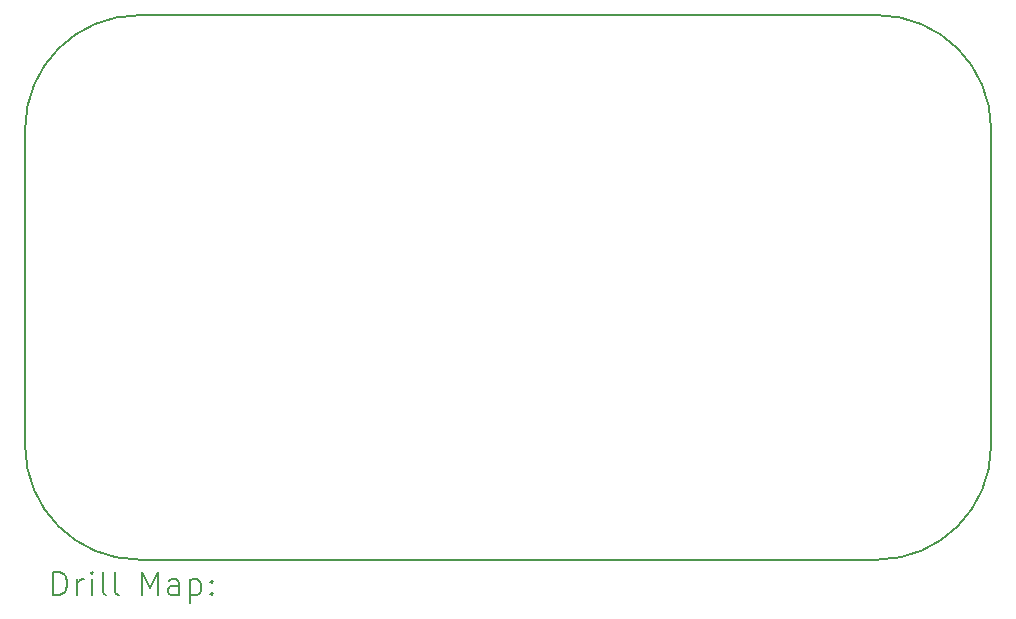
<source format=gbr>
%TF.GenerationSoftware,KiCad,Pcbnew,7.0.0-1.fc37*%
%TF.CreationDate,2023-02-19T18:56:14+00:00*%
%TF.ProjectId,Agnus,41676e75-732e-46b6-9963-61645f706362,rev?*%
%TF.SameCoordinates,Original*%
%TF.FileFunction,Drillmap*%
%TF.FilePolarity,Positive*%
%FSLAX45Y45*%
G04 Gerber Fmt 4.5, Leading zero omitted, Abs format (unit mm)*
G04 Created by KiCad (PCBNEW 7.0.0-1.fc37) date 2023-02-19 18:56:14*
%MOMM*%
%LPD*%
G01*
G04 APERTURE LIST*
%ADD10C,0.150000*%
%ADD11C,0.200000*%
G04 APERTURE END LIST*
D10*
X16306800Y-7747000D02*
G75*
G03*
X17272000Y-6781800I0J965200D01*
G01*
X10058400Y-3136900D02*
G75*
G03*
X9093200Y-4102100I0J-965200D01*
G01*
X17272000Y-4102100D02*
X17272000Y-6781800D01*
X9093200Y-6781800D02*
X9093200Y-4102100D01*
X16306800Y-7747000D02*
X10058400Y-7747000D01*
X10058400Y-3136900D02*
X16306800Y-3136900D01*
X17272000Y-4102100D02*
G75*
G03*
X16306800Y-3136900I-965200J0D01*
G01*
X9093200Y-6781800D02*
G75*
G03*
X10058400Y-7747000I965200J0D01*
G01*
D11*
X9333319Y-8047976D02*
X9333319Y-7847976D01*
X9333319Y-7847976D02*
X9380938Y-7847976D01*
X9380938Y-7847976D02*
X9409509Y-7857500D01*
X9409509Y-7857500D02*
X9428557Y-7876548D01*
X9428557Y-7876548D02*
X9438081Y-7895595D01*
X9438081Y-7895595D02*
X9447605Y-7933690D01*
X9447605Y-7933690D02*
X9447605Y-7962262D01*
X9447605Y-7962262D02*
X9438081Y-8000357D01*
X9438081Y-8000357D02*
X9428557Y-8019405D01*
X9428557Y-8019405D02*
X9409509Y-8038452D01*
X9409509Y-8038452D02*
X9380938Y-8047976D01*
X9380938Y-8047976D02*
X9333319Y-8047976D01*
X9533319Y-8047976D02*
X9533319Y-7914643D01*
X9533319Y-7952738D02*
X9542843Y-7933690D01*
X9542843Y-7933690D02*
X9552367Y-7924167D01*
X9552367Y-7924167D02*
X9571414Y-7914643D01*
X9571414Y-7914643D02*
X9590462Y-7914643D01*
X9657128Y-8047976D02*
X9657128Y-7914643D01*
X9657128Y-7847976D02*
X9647605Y-7857500D01*
X9647605Y-7857500D02*
X9657128Y-7867024D01*
X9657128Y-7867024D02*
X9666652Y-7857500D01*
X9666652Y-7857500D02*
X9657128Y-7847976D01*
X9657128Y-7847976D02*
X9657128Y-7867024D01*
X9780938Y-8047976D02*
X9761890Y-8038452D01*
X9761890Y-8038452D02*
X9752367Y-8019405D01*
X9752367Y-8019405D02*
X9752367Y-7847976D01*
X9885700Y-8047976D02*
X9866652Y-8038452D01*
X9866652Y-8038452D02*
X9857128Y-8019405D01*
X9857128Y-8019405D02*
X9857128Y-7847976D01*
X10081890Y-8047976D02*
X10081890Y-7847976D01*
X10081890Y-7847976D02*
X10148557Y-7990833D01*
X10148557Y-7990833D02*
X10215224Y-7847976D01*
X10215224Y-7847976D02*
X10215224Y-8047976D01*
X10396176Y-8047976D02*
X10396176Y-7943214D01*
X10396176Y-7943214D02*
X10386652Y-7924167D01*
X10386652Y-7924167D02*
X10367605Y-7914643D01*
X10367605Y-7914643D02*
X10329509Y-7914643D01*
X10329509Y-7914643D02*
X10310462Y-7924167D01*
X10396176Y-8038452D02*
X10377128Y-8047976D01*
X10377128Y-8047976D02*
X10329509Y-8047976D01*
X10329509Y-8047976D02*
X10310462Y-8038452D01*
X10310462Y-8038452D02*
X10300938Y-8019405D01*
X10300938Y-8019405D02*
X10300938Y-8000357D01*
X10300938Y-8000357D02*
X10310462Y-7981309D01*
X10310462Y-7981309D02*
X10329509Y-7971786D01*
X10329509Y-7971786D02*
X10377128Y-7971786D01*
X10377128Y-7971786D02*
X10396176Y-7962262D01*
X10491414Y-7914643D02*
X10491414Y-8114643D01*
X10491414Y-7924167D02*
X10510462Y-7914643D01*
X10510462Y-7914643D02*
X10548557Y-7914643D01*
X10548557Y-7914643D02*
X10567605Y-7924167D01*
X10567605Y-7924167D02*
X10577128Y-7933690D01*
X10577128Y-7933690D02*
X10586652Y-7952738D01*
X10586652Y-7952738D02*
X10586652Y-8009881D01*
X10586652Y-8009881D02*
X10577128Y-8028928D01*
X10577128Y-8028928D02*
X10567605Y-8038452D01*
X10567605Y-8038452D02*
X10548557Y-8047976D01*
X10548557Y-8047976D02*
X10510462Y-8047976D01*
X10510462Y-8047976D02*
X10491414Y-8038452D01*
X10672367Y-8028928D02*
X10681890Y-8038452D01*
X10681890Y-8038452D02*
X10672367Y-8047976D01*
X10672367Y-8047976D02*
X10662843Y-8038452D01*
X10662843Y-8038452D02*
X10672367Y-8028928D01*
X10672367Y-8028928D02*
X10672367Y-8047976D01*
X10672367Y-7924167D02*
X10681890Y-7933690D01*
X10681890Y-7933690D02*
X10672367Y-7943214D01*
X10672367Y-7943214D02*
X10662843Y-7933690D01*
X10662843Y-7933690D02*
X10672367Y-7924167D01*
X10672367Y-7924167D02*
X10672367Y-7943214D01*
M02*

</source>
